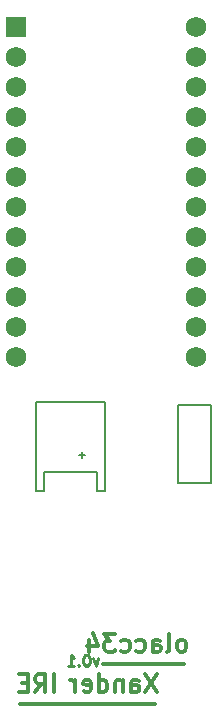
<source format=gbr>
%TF.GenerationSoftware,KiCad,Pcbnew,(7.0.0)*%
%TF.CreationDate,2023-03-27T22:06:22+01:00*%
%TF.ProjectId,olacc-34,6f6c6163-632d-4333-942e-6b696361645f,v1.0.0*%
%TF.SameCoordinates,Original*%
%TF.FileFunction,Legend,Bot*%
%TF.FilePolarity,Positive*%
%FSLAX46Y46*%
G04 Gerber Fmt 4.6, Leading zero omitted, Abs format (unit mm)*
G04 Created by KiCad (PCBNEW (7.0.0)) date 2023-03-27 22:06:22*
%MOMM*%
%LPD*%
G01*
G04 APERTURE LIST*
%ADD10C,0.300000*%
%ADD11C,0.225000*%
%ADD12C,0.150000*%
%ADD13R,1.752600X1.752600*%
%ADD14C,1.752600*%
G04 APERTURE END LIST*
D10*
X101321428Y-1591071D02*
X100321428Y-3091071D01*
X100321428Y-1591071D02*
X101321428Y-3091071D01*
X99107143Y-3091071D02*
X99107143Y-2305357D01*
X99107143Y-2305357D02*
X99178571Y-2162500D01*
X99178571Y-2162500D02*
X99321428Y-2091071D01*
X99321428Y-2091071D02*
X99607143Y-2091071D01*
X99607143Y-2091071D02*
X99750000Y-2162500D01*
X99107143Y-3019642D02*
X99250000Y-3091071D01*
X99250000Y-3091071D02*
X99607143Y-3091071D01*
X99607143Y-3091071D02*
X99750000Y-3019642D01*
X99750000Y-3019642D02*
X99821428Y-2876785D01*
X99821428Y-2876785D02*
X99821428Y-2733928D01*
X99821428Y-2733928D02*
X99750000Y-2591071D01*
X99750000Y-2591071D02*
X99607143Y-2519642D01*
X99607143Y-2519642D02*
X99250000Y-2519642D01*
X99250000Y-2519642D02*
X99107143Y-2448214D01*
X98392857Y-2091071D02*
X98392857Y-3091071D01*
X98392857Y-2233928D02*
X98321428Y-2162500D01*
X98321428Y-2162500D02*
X98178571Y-2091071D01*
X98178571Y-2091071D02*
X97964285Y-2091071D01*
X97964285Y-2091071D02*
X97821428Y-2162500D01*
X97821428Y-2162500D02*
X97750000Y-2305357D01*
X97750000Y-2305357D02*
X97750000Y-3091071D01*
X96392857Y-3091071D02*
X96392857Y-1591071D01*
X96392857Y-3019642D02*
X96535714Y-3091071D01*
X96535714Y-3091071D02*
X96821428Y-3091071D01*
X96821428Y-3091071D02*
X96964285Y-3019642D01*
X96964285Y-3019642D02*
X97035714Y-2948214D01*
X97035714Y-2948214D02*
X97107142Y-2805357D01*
X97107142Y-2805357D02*
X97107142Y-2376785D01*
X97107142Y-2376785D02*
X97035714Y-2233928D01*
X97035714Y-2233928D02*
X96964285Y-2162500D01*
X96964285Y-2162500D02*
X96821428Y-2091071D01*
X96821428Y-2091071D02*
X96535714Y-2091071D01*
X96535714Y-2091071D02*
X96392857Y-2162500D01*
X95107142Y-3019642D02*
X95249999Y-3091071D01*
X95249999Y-3091071D02*
X95535714Y-3091071D01*
X95535714Y-3091071D02*
X95678571Y-3019642D01*
X95678571Y-3019642D02*
X95749999Y-2876785D01*
X95749999Y-2876785D02*
X95749999Y-2305357D01*
X95749999Y-2305357D02*
X95678571Y-2162500D01*
X95678571Y-2162500D02*
X95535714Y-2091071D01*
X95535714Y-2091071D02*
X95249999Y-2091071D01*
X95249999Y-2091071D02*
X95107142Y-2162500D01*
X95107142Y-2162500D02*
X95035714Y-2305357D01*
X95035714Y-2305357D02*
X95035714Y-2448214D01*
X95035714Y-2448214D02*
X95749999Y-2591071D01*
X94392857Y-3091071D02*
X94392857Y-2091071D01*
X94392857Y-2376785D02*
X94321428Y-2233928D01*
X94321428Y-2233928D02*
X94250000Y-2162500D01*
X94250000Y-2162500D02*
X94107142Y-2091071D01*
X94107142Y-2091071D02*
X93964285Y-2091071D01*
X92564286Y-3091071D02*
X92564286Y-1591071D01*
X90992857Y-3091071D02*
X91492857Y-2376785D01*
X91850000Y-3091071D02*
X91850000Y-1591071D01*
X91850000Y-1591071D02*
X91278571Y-1591071D01*
X91278571Y-1591071D02*
X91135714Y-1662500D01*
X91135714Y-1662500D02*
X91064285Y-1733928D01*
X91064285Y-1733928D02*
X90992857Y-1876785D01*
X90992857Y-1876785D02*
X90992857Y-2091071D01*
X90992857Y-2091071D02*
X91064285Y-2233928D01*
X91064285Y-2233928D02*
X91135714Y-2305357D01*
X91135714Y-2305357D02*
X91278571Y-2376785D01*
X91278571Y-2376785D02*
X91850000Y-2376785D01*
X90350000Y-2305357D02*
X89850000Y-2305357D01*
X89635714Y-3091071D02*
X90350000Y-3091071D01*
X90350000Y-3091071D02*
X90350000Y-1591071D01*
X90350000Y-1591071D02*
X89635714Y-1591071D01*
X103575714Y-693928D02*
X102432856Y-693928D01*
X102432857Y-693928D02*
X101289999Y-693928D01*
X101290000Y-693928D02*
X100147142Y-693928D01*
X100147143Y-693928D02*
X99004285Y-693928D01*
X99004286Y-693928D02*
X97861428Y-693928D01*
X97861429Y-693928D02*
X96718571Y-693928D01*
X103504285Y326428D02*
X103647142Y397857D01*
X103647142Y397857D02*
X103718571Y469285D01*
X103718571Y469285D02*
X103789999Y612142D01*
X103789999Y612142D02*
X103789999Y1040714D01*
X103789999Y1040714D02*
X103718571Y1183571D01*
X103718571Y1183571D02*
X103647142Y1255000D01*
X103647142Y1255000D02*
X103504285Y1326428D01*
X103504285Y1326428D02*
X103289999Y1326428D01*
X103289999Y1326428D02*
X103147142Y1255000D01*
X103147142Y1255000D02*
X103075714Y1183571D01*
X103075714Y1183571D02*
X103004285Y1040714D01*
X103004285Y1040714D02*
X103004285Y612142D01*
X103004285Y612142D02*
X103075714Y469285D01*
X103075714Y469285D02*
X103147142Y397857D01*
X103147142Y397857D02*
X103289999Y326428D01*
X103289999Y326428D02*
X103504285Y326428D01*
X102147142Y326428D02*
X102289999Y397857D01*
X102289999Y397857D02*
X102361428Y540714D01*
X102361428Y540714D02*
X102361428Y1826428D01*
X100932857Y326428D02*
X100932857Y1112142D01*
X100932857Y1112142D02*
X101004285Y1255000D01*
X101004285Y1255000D02*
X101147142Y1326428D01*
X101147142Y1326428D02*
X101432857Y1326428D01*
X101432857Y1326428D02*
X101575714Y1255000D01*
X100932857Y397857D02*
X101075714Y326428D01*
X101075714Y326428D02*
X101432857Y326428D01*
X101432857Y326428D02*
X101575714Y397857D01*
X101575714Y397857D02*
X101647142Y540714D01*
X101647142Y540714D02*
X101647142Y683571D01*
X101647142Y683571D02*
X101575714Y826428D01*
X101575714Y826428D02*
X101432857Y897857D01*
X101432857Y897857D02*
X101075714Y897857D01*
X101075714Y897857D02*
X100932857Y969285D01*
X99575714Y397857D02*
X99718571Y326428D01*
X99718571Y326428D02*
X100004285Y326428D01*
X100004285Y326428D02*
X100147142Y397857D01*
X100147142Y397857D02*
X100218571Y469285D01*
X100218571Y469285D02*
X100289999Y612142D01*
X100289999Y612142D02*
X100289999Y1040714D01*
X100289999Y1040714D02*
X100218571Y1183571D01*
X100218571Y1183571D02*
X100147142Y1255000D01*
X100147142Y1255000D02*
X100004285Y1326428D01*
X100004285Y1326428D02*
X99718571Y1326428D01*
X99718571Y1326428D02*
X99575714Y1255000D01*
X98290000Y397857D02*
X98432857Y326428D01*
X98432857Y326428D02*
X98718571Y326428D01*
X98718571Y326428D02*
X98861428Y397857D01*
X98861428Y397857D02*
X98932857Y469285D01*
X98932857Y469285D02*
X99004285Y612142D01*
X99004285Y612142D02*
X99004285Y1040714D01*
X99004285Y1040714D02*
X98932857Y1183571D01*
X98932857Y1183571D02*
X98861428Y1255000D01*
X98861428Y1255000D02*
X98718571Y1326428D01*
X98718571Y1326428D02*
X98432857Y1326428D01*
X98432857Y1326428D02*
X98290000Y1255000D01*
X97790000Y1826428D02*
X96861428Y1826428D01*
X96861428Y1826428D02*
X97361428Y1255000D01*
X97361428Y1255000D02*
X97147143Y1255000D01*
X97147143Y1255000D02*
X97004286Y1183571D01*
X97004286Y1183571D02*
X96932857Y1112142D01*
X96932857Y1112142D02*
X96861428Y969285D01*
X96861428Y969285D02*
X96861428Y612142D01*
X96861428Y612142D02*
X96932857Y469285D01*
X96932857Y469285D02*
X97004286Y397857D01*
X97004286Y397857D02*
X97147143Y326428D01*
X97147143Y326428D02*
X97575714Y326428D01*
X97575714Y326428D02*
X97718571Y397857D01*
X97718571Y397857D02*
X97790000Y469285D01*
X95575715Y1326428D02*
X95575715Y326428D01*
X95932857Y1897857D02*
X96290000Y826428D01*
X96290000Y826428D02*
X95361429Y826428D01*
X101135714Y-4111428D02*
X99992856Y-4111428D01*
X99992857Y-4111428D02*
X98849999Y-4111428D01*
X98850000Y-4111428D02*
X97707142Y-4111428D01*
X97707143Y-4111428D02*
X96564285Y-4111428D01*
X96564286Y-4111428D02*
X95421428Y-4111428D01*
X95421429Y-4111428D02*
X94278571Y-4111428D01*
X94278572Y-4111428D02*
X93135714Y-4111428D01*
X93135715Y-4111428D02*
X91992857Y-4111428D01*
X91992858Y-4111428D02*
X90850000Y-4111428D01*
X90850001Y-4111428D02*
X89707143Y-4111428D01*
D11*
X96327142Y-257142D02*
X96112856Y-857142D01*
X96112856Y-857142D02*
X95898571Y-257142D01*
X95384285Y42857D02*
X95298571Y42857D01*
X95298571Y42857D02*
X95212857Y0D01*
X95212857Y0D02*
X95170000Y-42857D01*
X95170000Y-42857D02*
X95127142Y-128571D01*
X95127142Y-128571D02*
X95084285Y-300000D01*
X95084285Y-300000D02*
X95084285Y-514285D01*
X95084285Y-514285D02*
X95127142Y-685714D01*
X95127142Y-685714D02*
X95170000Y-771428D01*
X95170000Y-771428D02*
X95212857Y-814285D01*
X95212857Y-814285D02*
X95298571Y-857142D01*
X95298571Y-857142D02*
X95384285Y-857142D01*
X95384285Y-857142D02*
X95470000Y-814285D01*
X95470000Y-814285D02*
X95512857Y-771428D01*
X95512857Y-771428D02*
X95555714Y-685714D01*
X95555714Y-685714D02*
X95598571Y-514285D01*
X95598571Y-514285D02*
X95598571Y-300000D01*
X95598571Y-300000D02*
X95555714Y-128571D01*
X95555714Y-128571D02*
X95512857Y-42857D01*
X95512857Y-42857D02*
X95470000Y0D01*
X95470000Y0D02*
X95384285Y42857D01*
X94698571Y-771428D02*
X94655714Y-814285D01*
X94655714Y-814285D02*
X94698571Y-857142D01*
X94698571Y-857142D02*
X94741428Y-814285D01*
X94741428Y-814285D02*
X94698571Y-771428D01*
X94698571Y-771428D02*
X94698571Y-857142D01*
X93798571Y-857142D02*
X94312857Y-857142D01*
X94055714Y-857142D02*
X94055714Y42857D01*
X94055714Y42857D02*
X94141428Y-85714D01*
X94141428Y-85714D02*
X94227143Y-171428D01*
X94227143Y-171428D02*
X94312857Y-214285D01*
D12*
%TO.C,T2*%
X105925000Y21215500D02*
X103075000Y21215500D01*
X103075000Y21215500D02*
X103075000Y14615500D01*
X105925000Y17915500D02*
X105925000Y21215500D01*
X105925000Y17915500D02*
X105925000Y14615500D01*
X105925000Y15965500D02*
X105925000Y19865500D01*
X103075000Y14615500D02*
X105925000Y14615500D01*
%TO.C,JST1*%
X96930000Y13890000D02*
X96930000Y21490000D01*
X96930000Y21490000D02*
X91030000Y21490000D01*
X96230000Y13890000D02*
X96930000Y13890000D01*
X96230000Y15490000D02*
X96230000Y13890000D01*
X95230000Y16990000D02*
X94730000Y16990000D01*
X94980000Y16740000D02*
X94980000Y17240000D01*
X91730000Y13890000D02*
X91730000Y15490000D01*
X91730000Y15490000D02*
X96230000Y15490000D01*
X91030000Y13890000D02*
X91730000Y13890000D01*
X91030000Y21490000D02*
X91030000Y13890000D01*
%TD*%
D13*
%TO.C,MCU1*%
X89334999Y53212999D03*
D14*
X89335000Y50673000D03*
X89335000Y48133000D03*
X89335000Y45593000D03*
X89335000Y43053000D03*
X89335000Y40513000D03*
X89335000Y37973000D03*
X89335000Y35433000D03*
X89335000Y32893000D03*
X89335000Y30353000D03*
X89335000Y27813000D03*
X89335000Y25273000D03*
X104575000Y53213000D03*
X104575000Y50673000D03*
X104575000Y48133000D03*
X104575000Y45593000D03*
X104575000Y43053000D03*
X104575000Y40513000D03*
X104575000Y37973000D03*
X104575000Y35433000D03*
X104575000Y32893000D03*
X104575000Y30353000D03*
X104575000Y27813000D03*
X104575000Y25273000D03*
%TD*%
M02*

</source>
